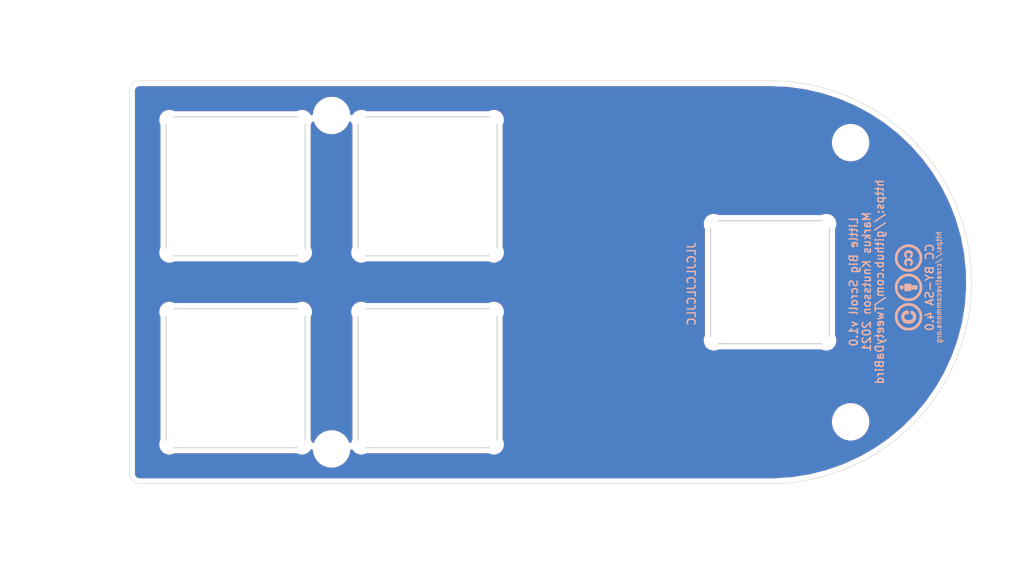
<source format=kicad_pcb>
(kicad_pcb (version 20171130) (host pcbnew "(5.1.9)-1")

  (general
    (thickness 1.6)
    (drawings 15)
    (tracks 0)
    (zones 0)
    (modules 10)
    (nets 1)
  )

  (page A4)
  (title_block
    (title "Little Big Scroll")
    (date 2021-11-30)
    (rev v1.0)
    (company "Markus Knutsson <markus.knutsson@tweety.se>")
    (comment 1 https://github.com/TweetyDaBird)
    (comment 2 "Licensed under Creative Commons Attribution-ShareAlike 4.0 International")
  )

  (layers
    (0 F.Cu signal)
    (31 B.Cu signal)
    (32 B.Adhes user hide)
    (33 F.Adhes user hide)
    (34 B.Paste user hide)
    (35 F.Paste user hide)
    (36 B.SilkS user)
    (37 F.SilkS user)
    (38 B.Mask user hide)
    (39 F.Mask user hide)
    (40 Dwgs.User user hide)
    (41 Cmts.User user hide)
    (42 Eco1.User user hide)
    (43 Eco2.User user hide)
    (44 Edge.Cuts user)
    (45 Margin user hide)
    (46 B.CrtYd user hide)
    (47 F.CrtYd user hide)
    (48 B.Fab user hide)
    (49 F.Fab user hide)
  )

  (setup
    (last_trace_width 0.25)
    (trace_clearance 0.2)
    (zone_clearance 0.508)
    (zone_45_only yes)
    (trace_min 0.2)
    (via_size 0.8)
    (via_drill 0.4)
    (via_min_size 0.4)
    (via_min_drill 0.3)
    (uvia_size 0.3)
    (uvia_drill 0.1)
    (uvias_allowed no)
    (uvia_min_size 0.2)
    (uvia_min_drill 0.1)
    (edge_width 0.05)
    (segment_width 0.2)
    (pcb_text_width 0.3)
    (pcb_text_size 1.5 1.5)
    (mod_edge_width 0.12)
    (mod_text_size 1 1)
    (mod_text_width 0.15)
    (pad_size 1.524 1.524)
    (pad_drill 0.762)
    (pad_to_mask_clearance 0)
    (aux_axis_origin 0 0)
    (visible_elements 7FFFFFFF)
    (pcbplotparams
      (layerselection 0x010fc_ffffffff)
      (usegerberextensions true)
      (usegerberattributes true)
      (usegerberadvancedattributes false)
      (creategerberjobfile false)
      (excludeedgelayer true)
      (linewidth 0.100000)
      (plotframeref false)
      (viasonmask false)
      (mode 1)
      (useauxorigin false)
      (hpglpennumber 1)
      (hpglpenspeed 20)
      (hpglpendiameter 15.000000)
      (psnegative false)
      (psa4output false)
      (plotreference true)
      (plotvalue false)
      (plotinvisibletext false)
      (padsonsilk false)
      (subtractmaskfromsilk true)
      (outputformat 1)
      (mirror false)
      (drillshape 0)
      (scaleselection 1)
      (outputdirectory "Gerbers/"))
  )

  (net 0 "")

  (net_class Default "This is the default net class."
    (clearance 0.2)
    (trace_width 0.25)
    (via_dia 0.8)
    (via_drill 0.4)
    (uvia_dia 0.3)
    (uvia_drill 0.1)
  )

  (net_class VCC ""
    (clearance 0.2)
    (trace_width 0.45)
    (via_dia 0.8)
    (via_drill 0.4)
    (uvia_dia 0.3)
    (uvia_drill 0.1)
  )

  (module "Keyboard Library:CC_BY_SA_40" (layer B.Cu) (tedit 61A8945C) (tstamp 61A913A6)
    (at 233.06 112.11 270)
    (path /61A8B584)
    (fp_text reference Lic1 (at -0.24 2.42 90) (layer B.Fab) hide
      (effects (font (size 0.8 0.8) (thickness 0.15)) (justify mirror))
    )
    (fp_text value CC-BY-SA_4.0 (at -0.19 3.93 90) (layer B.Fab)
      (effects (font (size 0.8 0.8) (thickness 0.15)) (justify mirror))
    )
    (fp_poly (pts (xy -2.889956 1.279658) (xy -2.836071 1.279349) (xy -2.792615 1.278689) (xy -2.757545 1.277578)
      (xy -2.728818 1.275918) (xy -2.704393 1.273608) (xy -2.682225 1.270551) (xy -2.660274 1.266646)
      (xy -2.651511 1.264909) (xy -2.529263 1.232956) (xy -2.408913 1.187364) (xy -2.291811 1.128995)
      (xy -2.17931 1.058713) (xy -2.072758 0.977383) (xy -1.973507 0.885868) (xy -1.882906 0.785033)
      (xy -1.863753 0.761023) (xy -1.788117 0.652511) (xy -1.723004 0.53485) (xy -1.669125 0.409587)
      (xy -1.62719 0.278269) (xy -1.610973 0.211049) (xy -1.60628 0.180323) (xy -1.602522 0.137696)
      (xy -1.599698 0.085754) (xy -1.597805 0.027081) (xy -1.596841 -0.03574) (xy -1.596803 -0.100123)
      (xy -1.597689 -0.163485) (xy -1.599498 -0.223241) (xy -1.602226 -0.276808) (xy -1.605871 -0.321601)
      (xy -1.610431 -0.355035) (xy -1.611486 -0.360286) (xy -1.64833 -0.497154) (xy -1.697853 -0.626971)
      (xy -1.760018 -0.749671) (xy -1.834791 -0.86519) (xy -1.922136 -0.973461) (xy -1.977197 -1.031573)
      (xy -2.017604 -1.070411) (xy -2.05742 -1.105987) (xy -2.094141 -1.136204) (xy -2.125263 -1.158966)
      (xy -2.140582 -1.168378) (xy -2.153333 -1.17599) (xy -2.174837 -1.189472) (xy -2.201731 -1.206696)
      (xy -2.2222 -1.219995) (xy -2.310664 -1.27199) (xy -2.408928 -1.319453) (xy -2.512533 -1.360573)
      (xy -2.617024 -1.393538) (xy -2.695054 -1.41218) (xy -2.720194 -1.416909) (xy -2.74449 -1.420516)
      (xy -2.770395 -1.423134) (xy -2.800359 -1.424896) (xy -2.836835 -1.425933) (xy -2.882273 -1.426378)
      (xy -2.939125 -1.426364) (xy -2.956311 -1.426301) (xy -3.02893 -1.425541) (xy -3.090934 -1.423942)
      (xy -3.141262 -1.421549) (xy -3.178851 -1.418409) (xy -3.196061 -1.415968) (xy -3.315957 -1.387364)
      (xy -3.43614 -1.345794) (xy -3.553692 -1.292449) (xy -3.665697 -1.228517) (xy -3.682904 -1.217388)
      (xy -3.710295 -1.199588) (xy -3.733078 -1.185202) (xy -3.748635 -1.175855) (xy -3.754231 -1.173086)
      (xy -3.76255 -1.168486) (xy -3.779222 -1.155996) (xy -3.801941 -1.137581) (xy -3.828405 -1.115206)
      (xy -3.85631 -1.090837) (xy -3.883353 -1.066438) (xy -3.907229 -1.043976) (xy -3.917738 -1.033602)
      (xy -4.01181 -0.928846) (xy -4.093833 -0.816656) (xy -4.164092 -0.696517) (xy -4.222875 -0.567913)
      (xy -4.270467 -0.43033) (xy -4.287751 -0.367543) (xy -4.292499 -0.347545) (xy -4.296273 -0.327546)
      (xy -4.299223 -0.30543) (xy -4.301496 -0.27908) (xy -4.303243 -0.246382) (xy -4.304611 -0.205217)
      (xy -4.305751 -0.153471) (xy -4.30666 -0.099029) (xy -4.3071 -0.068537) (xy -4.047591 -0.068537)
      (xy -4.041307 -0.190295) (xy -4.021376 -0.310203) (xy -3.988105 -0.426751) (xy -3.941798 -0.53843)
      (xy -3.907348 -0.6034) (xy -3.852121 -0.690668) (xy -3.791283 -0.770045) (xy -3.722657 -0.843862)
      (xy -3.644069 -0.914445) (xy -3.553342 -0.984124) (xy -3.548075 -0.987892) (xy -3.510451 -1.012046)
      (xy -3.463154 -1.038394) (xy -3.410392 -1.064888) (xy -3.356376 -1.089484) (xy -3.305315 -1.110137)
      (xy -3.27434 -1.120912) (xy -3.192173 -1.141907) (xy -3.100565 -1.156307) (xy -3.003126 -1.163866)
      (xy -2.903466 -1.164341) (xy -2.805194 -1.157487) (xy -2.779827 -1.154409) (xy -2.689657 -1.13874)
      (xy -2.606875 -1.116033) (xy -2.525331 -1.08449) (xy -2.497971 -1.07199) (xy -2.386123 -1.011803)
      (xy -2.28226 -0.941085) (xy -2.187447 -0.860864) (xy -2.102745 -0.77217) (xy -2.02922 -0.676032)
      (xy -1.967933 -0.573478) (xy -1.953871 -0.545343) (xy -1.934342 -0.501183) (xy -1.915189 -0.451741)
      (xy -1.897893 -0.401377) (xy -1.883936 -0.354454) (xy -1.874798 -0.315332) (xy -1.873784 -0.309486)
      (xy -1.869829 -0.286091) (xy -1.866255 -0.266756) (xy -1.865337 -0.262314) (xy -1.862637 -0.242058)
      (xy -1.86048 -0.210361) (xy -1.858895 -0.170287) (xy -1.85791 -0.124899) (xy -1.857555 -0.077263)
      (xy -1.857859 -0.030441) (xy -1.858852 0.012502) (xy -1.860561 0.048501) (xy -1.862196 0.067886)
      (xy -1.882337 0.185826) (xy -1.91622 0.300875) (xy -1.963162 0.411751) (xy -2.022478 0.517175)
      (xy -2.093488 0.615867) (xy -2.175507 0.706545) (xy -2.229457 0.756347) (xy -2.320078 0.828988)
      (xy -2.409269 0.888728) (xy -2.499173 0.936356) (xy -2.591932 0.97266) (xy -2.689689 0.998429)
      (xy -2.794588 1.01445) (xy -2.90877 1.021513) (xy -2.951543 1.022014) (xy -3.060483 1.018472)
      (xy -3.159227 1.007461) (xy -3.250321 0.988462) (xy -3.336311 0.960957) (xy -3.412371 0.928048)
      (xy -3.51939 0.868076) (xy -3.619747 0.796013) (xy -3.712336 0.713176) (xy -3.796051 0.620884)
      (xy -3.869787 0.520453) (xy -3.932438 0.413202) (xy -3.982898 0.300447) (xy -4.011907 0.213661)
      (xy -4.017878 0.192279) (xy -4.022503 0.173607) (xy -4.026368 0.154293) (xy -4.030059 0.130986)
      (xy -4.034164 0.100336) (xy -4.039268 0.058991) (xy -4.039926 0.053562) (xy -4.047591 -0.068537)
      (xy -4.3071 -0.068537) (xy -4.307538 -0.038192) (xy -4.308021 0.010446) (xy -4.307991 0.0492)
      (xy -4.307328 0.080382) (xy -4.305914 0.106306) (xy -4.303628 0.129286) (xy -4.300353 0.151635)
      (xy -4.295969 0.175666) (xy -4.291323 0.198938) (xy -4.257096 0.331441) (xy -4.209366 0.459527)
      (xy -4.148678 0.582433) (xy -4.075575 0.699397) (xy -3.990602 0.809657) (xy -3.894302 0.912448)
      (xy -3.78722 1.007009) (xy -3.6699 1.092577) (xy -3.640102 1.111803) (xy -3.563701 1.154807)
      (xy -3.477688 1.194409) (xy -3.386888 1.228685) (xy -3.296129 1.255711) (xy -3.254677 1.2654)
      (xy -3.233819 1.26947) (xy -3.212775 1.272697) (xy -3.189555 1.275176) (xy -3.162173 1.277004)
      (xy -3.12864 1.278275) (xy -3.086969 1.279086) (xy -3.035172 1.27953) (xy -2.971261 1.279704)
      (xy -2.956311 1.279715) (xy -2.889956 1.279658)) (layer B.SilkS) (width 0.01))
    (fp_poly (pts (xy 0.026093 1.279569) (xy 0.08757 1.278896) (xy 0.13898 1.277462) (xy 0.182545 1.275036)
      (xy 0.220489 1.271384) (xy 0.255032 1.266274) (xy 0.288397 1.259472) (xy 0.322806 1.250746)
      (xy 0.360483 1.239863) (xy 0.375139 1.235413) (xy 0.461392 1.205654) (xy 0.543829 1.169924)
      (xy 0.625625 1.126581) (xy 0.709954 1.073985) (xy 0.775 1.02876) (xy 0.811688 1.000214)
      (xy 0.853513 0.964304) (xy 0.897507 0.923893) (xy 0.940697 0.881842) (xy 0.980114 0.841013)
      (xy 1.012785 0.804267) (xy 1.028549 0.784529) (xy 1.048709 0.757774) (xy 1.07054 0.728986)
      (xy 1.08001 0.716569) (xy 1.120058 0.65844) (xy 1.16002 0.589878) (xy 1.197981 0.514846)
      (xy 1.23203 0.437309) (xy 1.260251 0.361231) (xy 1.275171 0.312228) (xy 1.286862 0.26796)
      (xy 1.296175 0.22843) (xy 1.303334 0.191191) (xy 1.308563 0.153794) (xy 1.312086 0.113792)
      (xy 1.314127 0.068737) (xy 1.314909 0.016182) (xy 1.314656 -0.046321) (xy 1.313782 -0.109914)
      (xy 1.312685 -0.172079) (xy 1.311546 -0.221931) (xy 1.310195 -0.261673) (xy 1.308464 -0.293506)
      (xy 1.306183 -0.319633) (xy 1.303182 -0.342255) (xy 1.299294 -0.363573) (xy 1.294348 -0.38579)
      (xy 1.291756 -0.396572) (xy 1.252961 -0.528941) (xy 1.202989 -0.652584) (xy 1.141144 -0.768817)
      (xy 1.066728 -0.878957) (xy 0.982277 -0.980772) (xy 0.903633 -1.059058) (xy 0.813629 -1.134259)
      (xy 0.715377 -1.204355) (xy 0.611993 -1.267329) (xy 0.506589 -1.321164) (xy 0.402281 -1.363842)
      (xy 0.378443 -1.371976) (xy 0.327918 -1.387846) (xy 0.282176 -1.400421) (xy 0.238471 -1.410053)
      (xy 0.194059 -1.41709) (xy 0.146194 -1.421884) (xy 0.092131 -1.424784) (xy 0.029124 -1.426142)
      (xy -0.045572 -1.426307) (xy -0.04724 -1.426301) (xy -0.128041 -1.425472) (xy -0.19451 -1.423702)
      (xy -0.246601 -1.420991) (xy -0.284271 -1.417341) (xy -0.2953 -1.415617) (xy -0.394 -1.392362)
      (xy -0.496328 -1.358599) (xy -0.598166 -1.316092) (xy -0.695395 -1.266605) (xy -0.783897 -1.211905)
      (xy -0.804401 -1.197459) (xy -0.823498 -1.184209) (xy -0.837819 -1.175357) (xy -0.843071 -1.173086)
      (xy -0.851904 -1.168436) (xy -0.86907 -1.155762) (xy -0.892327 -1.136976) (xy -0.91943 -1.113992)
      (xy -0.948133 -1.088723) (xy -0.976194 -1.063082) (xy -1.001367 -1.038982) (xy -1.007082 -1.033285)
      (xy -1.103242 -0.926524) (xy -1.187232 -0.812358) (xy -1.258687 -0.691445) (xy -1.317243 -0.564441)
      (xy -1.362535 -0.432002) (xy -1.380933 -0.360286) (xy -1.385112 -0.334126) (xy -1.388799 -0.296048)
      (xy -1.391941 -0.24864) (xy -1.394486 -0.194492) (xy -1.396383 -0.136193) (xy -1.397578 -0.076332)
      (xy -1.397733 -0.055579) (xy -1.137628 -0.055579) (xy -1.135808 -0.150235) (xy -1.12745 -0.241235)
      (xy -1.112556 -0.324795) (xy -1.103542 -0.359585) (xy -1.062221 -0.476464) (xy -1.00787 -0.58808)
      (xy -0.941328 -0.693444) (xy -0.863435 -0.79157) (xy -0.77503 -0.881467) (xy -0.676952 -0.962149)
      (xy -0.570043 -1.032627) (xy -0.498935 -1.071144) (xy -0.423026 -1.10535) (xy -0.349576 -1.130146)
      (xy -0.272175 -1.14749) (xy -0.226486 -1.154446) (xy -0.157341 -1.16262) (xy -0.096707 -1.167401)
      (xy -0.039944 -1.16878) (xy 0.017586 -1.166748) (xy 0.080523 -1.161295) (xy 0.143629 -1.153717)
      (xy 0.235013 -1.137536) (xy 0.321391 -1.113058) (xy 0.405092 -1.079237) (xy 0.488447 -1.035026)
      (xy 0.573785 -0.97938) (xy 0.637114 -0.932154) (xy 0.735463 -0.846802) (xy 0.821768 -0.753814)
      (xy 0.895701 -0.653568) (xy 0.936661 -0.585257) (xy 0.966594 -0.523978) (xy 0.993946 -0.455129)
      (xy 1.01719 -0.383441) (xy 1.034799 -0.313646) (xy 1.045248 -0.250475) (xy 1.045532 -0.2478)
      (xy 1.048525 -0.207285) (xy 1.050298 -0.158109) (xy 1.050918 -0.103394) (xy 1.050449 -0.046264)
      (xy 1.048958 0.010156) (xy 1.04651 0.062745) (xy 1.043171 0.108379) (xy 1.039007 0.143933)
      (xy 1.037056 0.154971) (xy 1.006424 0.269003) (xy 0.962547 0.379421) (xy 0.906488 0.485025)
      (xy 0.839315 0.584615) (xy 0.762094 0.676991) (xy 0.67589 0.760951) (xy 0.581769 0.835297)
      (xy 0.480798 0.898828) (xy 0.374041 0.950343) (xy 0.309339 0.974426) (xy 0.237381 0.99385)
      (xy 0.155918 1.008139) (xy 0.068039 1.017287) (xy -0.023167 1.021285) (xy -0.11461 1.020127)
      (xy -0.203202 1.013805) (xy -0.285853 1.002311) (xy -0.359475 0.985638) (xy -0.389771 0.976118)
      (xy -0.495295 0.932043) (xy -0.598257 0.87488) (xy -0.696805 0.80604) (xy -0.789085 0.726932)
      (xy -0.873244 0.638967) (xy -0.934558 0.561678) (xy -0.973951 0.502) (xy -1.012462 0.433814)
      (xy -1.047894 0.361656) (xy -1.078047 0.29006) (xy -1.100723 0.223562) (xy -1.103845 0.212467)
      (xy -1.121649 0.129557) (xy -1.13291 0.038946) (xy -1.137628 -0.055579) (xy -1.397733 -0.055579)
      (xy -1.398019 -0.017497) (xy -1.397655 0.037721) (xy -1.396433 0.086734) (xy -1.3943 0.126954)
      (xy -1.391334 0.154971) (xy -1.381584 0.208002) (xy -1.368503 0.265798) (xy -1.353475 0.322916)
      (xy -1.337886 0.373913) (xy -1.329922 0.396455) (xy -1.311559 0.441003) (xy -1.288259 0.491075)
      (xy -1.261604 0.543812) (xy -1.233172 0.596353) (xy -1.204544 0.645838) (xy -1.177299 0.689406)
      (xy -1.153018 0.724196) (xy -1.140087 0.740169) (xy -1.129829 0.752403) (xy -1.113302 0.772796)
      (xy -1.093155 0.798059) (xy -1.07986 0.814916) (xy -1.012793 0.891097) (xy -0.933816 0.964993)
      (xy -0.845523 1.034818) (xy -0.750511 1.098784) (xy -0.651374 1.155103) (xy -0.550707 1.201989)
      (xy -0.47882 1.228874) (xy -0.437691 1.24221) (xy -0.400986 1.253002) (xy -0.366448 1.261517)
      (xy -0.331822 1.26802) (xy -0.294853 1.272778) (xy -0.253284 1.276056) (xy -0.204859 1.27812)
      (xy -0.147324 1.279237) (xy -0.078421 1.279672) (xy -0.047673 1.279715) (xy 0.026093 1.279569)) (layer B.SilkS) (width 0.01))
    (fp_poly (pts (xy 2.94454 1.279734) (xy 2.997844 1.279382) (xy 3.040793 1.278668) (xy 3.075465 1.27749)
      (xy 3.103939 1.275743) (xy 3.128293 1.273323) (xy 3.150607 1.270128) (xy 3.172958 1.266054)
      (xy 3.178832 1.264879) (xy 3.280827 1.239555) (xy 3.37985 1.205195) (xy 3.477926 1.160839)
      (xy 3.577084 1.105527) (xy 3.679351 1.038301) (xy 3.720587 1.008594) (xy 3.764433 0.972956)
      (xy 3.813203 0.92767) (xy 3.864367 0.875543) (xy 3.9154 0.819382) (xy 3.963771 0.761994)
      (xy 4.006953 0.706186) (xy 4.042417 0.654765) (xy 4.049469 0.643437) (xy 4.073843 0.600336)
      (xy 4.100282 0.548614) (xy 4.126601 0.492966) (xy 4.15062 0.438088) (xy 4.170155 0.388675)
      (xy 4.177039 0.369057) (xy 4.190613 0.326737) (xy 4.201613 0.288304) (xy 4.210301 0.2515)
      (xy 4.216941 0.214067) (xy 4.221796 0.173748) (xy 4.225128 0.128283) (xy 4.227202 0.075416)
      (xy 4.228279 0.012888) (xy 4.228624 -0.061558) (xy 4.228629 -0.073629) (xy 4.228533 -0.140084)
      (xy 4.228179 -0.194058) (xy 4.227471 -0.237582) (xy 4.226309 -0.272687) (xy 4.224596 -0.301405)
      (xy 4.222233 -0.325767) (xy 4.219124 -0.347805) (xy 4.215169 -0.369551) (xy 4.214104 -0.374853)
      (xy 4.181174 -0.501314) (xy 4.134702 -0.623636) (xy 4.074509 -0.742168) (xy 4.000416 -0.857262)
      (xy 3.913129 -0.968243) (xy 3.865764 -1.021024) (xy 3.819902 -1.066771) (xy 3.771836 -1.108724)
      (xy 3.717857 -1.150123) (xy 3.655314 -1.193502) (xy 3.537108 -1.265438) (xy 3.415141 -1.326069)
      (xy 3.291613 -1.374416) (xy 3.169086 -1.409419) (xy 3.143138 -1.413562) (xy 3.105199 -1.417132)
      (xy 3.057782 -1.420095) (xy 3.003401 -1.422419) (xy 2.944569 -1.424071) (xy 2.8838 -1.425019)
      (xy 2.823606 -1.42523) (xy 2.7665 -1.424672) (xy 2.714997 -1.423311) (xy 2.671609 -1.421117)
      (xy 2.63885 -1.418055) (xy 2.628429 -1.416421) (xy 2.5248 -1.392008) (xy 2.420898 -1.358602)
      (xy 2.320366 -1.31768) (xy 2.22685 -1.270721) (xy 2.146827 -1.221172) (xy 2.121409 -1.203657)
      (xy 2.099551 -1.188742) (xy 2.084728 -1.178792) (xy 2.081518 -1.176714) (xy 2.045777 -1.151402)
      (xy 2.00386 -1.116977) (xy 1.958354 -1.075898) (xy 1.911847 -1.030622) (xy 1.866926 -0.983609)
      (xy 1.826178 -0.937315) (xy 1.814169 -0.922714) (xy 1.729674 -0.807064) (xy 1.65867 -0.686399)
      (xy 1.601274 -0.560962) (xy 1.557601 -0.430992) (xy 1.538477 -0.353029) (xy 1.533703 -0.321569)
      (xy 1.52988 -0.278251) (xy 1.527009 -0.2257) (xy 1.52509 -0.166539) (xy 1.524121 -0.103395)
      (xy 1.524113 -0.07) (xy 1.779914 -0.07) (xy 1.784222 -0.186908) (xy 1.797643 -0.294046)
      (xy 1.820527 -0.393215) (xy 1.853219 -0.486212) (xy 1.866033 -0.515448) (xy 1.886278 -0.55478)
      (xy 1.913038 -0.599899) (xy 1.944554 -0.648414) (xy 1.979065 -0.697934) (xy 2.014813 -0.746069)
      (xy 2.050037 -0.790428) (xy 2.082976 -0.82862) (xy 2.111873 -0.858255) (xy 2.129228 -0.872983)
      (xy 2.149999 -0.889187) (xy 2.175102 -0.909892) (xy 2.193 -0.925286) (xy 2.270086 -0.985781)
      (xy 2.355185 -1.039445) (xy 2.445147 -1.084748) (xy 2.536824 -1.120163) (xy 2.627065 -1.14416)
      (xy 2.653829 -1.148974) (xy 2.75161 -1.161792) (xy 2.842501 -1.16764) (xy 2.9323 -1.166591)
      (xy 3.026807 -1.158718) (xy 3.063857 -1.154126) (xy 3.170228 -1.133737) (xy 3.271561 -1.101222)
      (xy 3.370293 -1.055696) (xy 3.431601 -1.020341) (xy 3.470763 -0.994465) (xy 3.516233 -0.961899)
      (xy 3.563739 -0.92589) (xy 3.609009 -0.889683) (xy 3.647769 -0.856525) (xy 3.650766 -0.853826)
      (xy 3.680189 -0.824054) (xy 3.714515 -0.784139) (xy 3.751755 -0.736708) (xy 3.789917 -0.68439)
      (xy 3.827012 -0.629814) (xy 3.859613 -0.578) (xy 3.870707 -0.556582) (xy 3.88457 -0.525518)
      (xy 3.899532 -0.48898) (xy 3.913924 -0.45114) (xy 3.926076 -0.41617) (xy 3.931739 -0.397806)
      (xy 3.948148 -0.326927) (xy 3.960235 -0.245975) (xy 3.967815 -0.158791) (xy 3.970701 -0.069215)
      (xy 3.968708 0.018914) (xy 3.961649 0.101755) (xy 3.957402 0.132318) (xy 3.932407 0.245264)
      (xy 3.893532 0.354846) (xy 3.841152 0.460428) (xy 3.775644 0.561372) (xy 3.697383 0.657039)
      (xy 3.606745 0.746794) (xy 3.582743 0.767768) (xy 3.482858 0.844782) (xy 3.379736 0.908333)
      (xy 3.274044 0.958034) (xy 3.219886 0.977754) (xy 3.146911 0.996993) (xy 3.064011 1.010684)
      (xy 2.974381 1.018859) (xy 2.881218 1.02155) (xy 2.787718 1.018789) (xy 2.697078 1.010608)
      (xy 2.612494 0.99704) (xy 2.537162 0.978115) (xy 2.514811 0.970677) (xy 2.466472 0.9513)
      (xy 2.413255 0.926489) (xy 2.359916 0.898712) (xy 2.311209 0.870439) (xy 2.273842 0.845574)
      (xy 2.237189 0.817492) (xy 2.197301 0.784762) (xy 2.156753 0.749704) (xy 2.118119 0.714642)
      (xy 2.083974 0.681898) (xy 2.05689 0.653794) (xy 2.042599 0.636947) (xy 1.977085 0.547989)
      (xy 1.922546 0.465347) (xy 1.878174 0.386854) (xy 1.843166 0.310343) (xy 1.816716 0.233649)
      (xy 1.79802 0.154604) (xy 1.786272 0.071044) (xy 1.780668 -0.019199) (xy 1.779914 -0.07)
      (xy 1.524113 -0.07) (xy 1.524104 -0.038892) (xy 1.525039 0.024345) (xy 1.526925 0.083692)
      (xy 1.529762 0.136524) (xy 1.533551 0.180215) (xy 1.538291 0.212142) (xy 1.538477 0.213028)
      (xy 1.57179 0.33619) (xy 1.618483 0.457966) (xy 1.67743 0.576592) (xy 1.747501 0.690308)
      (xy 1.827567 0.797351) (xy 1.916502 0.895959) (xy 2.013176 0.98437) (xy 2.052224 1.01532)
      (xy 2.131582 1.072859) (xy 2.206163 1.120704) (xy 2.279716 1.160907) (xy 2.35599 1.195521)
      (xy 2.437246 1.226085) (xy 2.479764 1.240254) (xy 2.518294 1.251729) (xy 2.555109 1.260785)
      (xy 2.592479 1.2677) (xy 2.632677 1.272749) (xy 2.677973 1.27621) (xy 2.730641 1.278358)
      (xy 2.79295 1.279471) (xy 2.867173 1.279824) (xy 2.8788 1.279828) (xy 2.94454 1.279734)) (layer B.SilkS) (width 0.01))
    (fp_poly (pts (xy -3.243366 0.352482) (xy -3.170065 0.335739) (xy -3.104734 0.308278) (xy -3.066782 0.284533)
      (xy -3.041582 0.263871) (xy -3.016778 0.239445) (xy -2.994178 0.213616) (xy -2.975588 0.188745)
      (xy -2.962815 0.167192) (xy -2.957666 0.151319) (xy -2.959743 0.14469) (xy -2.966781 0.140652)
      (xy -2.984334 0.131127) (xy -3.010065 0.117368) (xy -3.041634 0.100629) (xy -3.056287 0.092899)
      (xy -3.092968 0.073751) (xy -3.118977 0.060806) (xy -3.136385 0.053321) (xy -3.147264 0.050554)
      (xy -3.153686 0.051761) (xy -3.157723 0.056201) (xy -3.157887 0.056473) (xy -3.187 0.098888)
      (xy -3.217052 0.128319) (xy -3.250258 0.146244) (xy -3.288835 0.154136) (xy -3.305562 0.154812)
      (xy -3.350018 0.149828) (xy -3.386755 0.133813) (xy -3.417197 0.105778) (xy -3.442767 0.064736)
      (xy -3.446454 0.057) (xy -3.453663 0.039634) (xy -3.458473 0.022352) (xy -3.46135 0.001616)
      (xy -3.462759 -0.026113) (xy -3.463168 -0.064373) (xy -3.463171 -0.07) (xy -3.462854 -0.109817)
      (xy -3.461591 -0.138666) (xy -3.458917 -0.160087) (xy -3.454367 -0.177618) (xy -3.447475 -0.194798)
      (xy -3.446471 -0.197) (xy -3.423808 -0.235827) (xy -3.395724 -0.267886) (xy -3.365414 -0.289662)
      (xy -3.35999 -0.292208) (xy -3.325824 -0.300825) (xy -3.285836 -0.301868) (xy -3.246405 -0.295626)
      (xy -3.220168 -0.2859) (xy -3.196558 -0.269054) (xy -3.171947 -0.244053) (xy -3.150897 -0.216149)
      (xy -3.138348 -0.191722) (xy -3.131901 -0.189844) (xy -3.115467 -0.194495) (xy -3.088174 -0.205988)
      (xy -3.055748 -0.221389) (xy -3.015752 -0.240995) (xy -2.987219 -0.255545) (xy -2.968679 -0.266563)
      (xy -2.958661 -0.275578) (xy -2.955693 -0.284117) (xy -2.958306 -0.293708) (xy -2.965027 -0.305877)
      (xy -2.968585 -0.311891) (xy -2.989227 -0.340212) (xy -3.018873 -0.372115) (xy -3.053778 -0.40424)
      (xy -3.090197 -0.433231) (xy -3.124386 -0.455728) (xy -3.135623 -0.461687) (xy -3.208504 -0.489188)
      (xy -3.28561 -0.503308) (xy -3.365072 -0.503838) (xy -3.428513 -0.49446) (xy -3.488911 -0.474741)
      (xy -3.548195 -0.443229) (xy -3.602787 -0.402433) (xy -3.649108 -0.354863) (xy -3.671515 -0.324)
      (xy -3.683983 -0.300863) (xy -3.697714 -0.269953) (xy -3.709992 -0.237453) (xy -3.711388 -0.233286)
      (xy -3.719487 -0.206943) (xy -3.724964 -0.183396) (xy -3.728326 -0.158566) (xy -3.730081 -0.128374)
      (xy -3.730736 -0.088743) (xy -3.730786 -0.077257) (xy -3.728003 -0.00174) (xy -3.718599 0.062787)
      (xy -3.701717 0.118654) (xy -3.676498 0.168191) (xy -3.642086 0.213729) (xy -3.612549 0.244022)
      (xy -3.553499 0.291822) (xy -3.491444 0.326129) (xy -3.424419 0.347719) (xy -3.350453 0.357366)
      (xy -3.32309 0.358064) (xy -3.243366 0.352482)) (layer B.SilkS) (width 0.01))
    (fp_poly (pts (xy -2.516114 0.356123) (xy -2.4467 0.349329) (xy -2.387015 0.335194) (xy -2.333734 0.312719)
      (xy -2.296787 0.290347) (xy -2.271649 0.270987) (xy -2.245306 0.247145) (xy -2.220136 0.221433)
      (xy -2.198517 0.196465) (xy -2.182827 0.174853) (xy -2.175441 0.159209) (xy -2.175168 0.156706)
      (xy -2.180648 0.148247) (xy -2.19741 0.135587) (xy -2.22615 0.118268) (xy -2.267564 0.095833)
      (xy -2.269193 0.09498) (xy -2.363079 0.045874) (xy -2.393159 0.086592) (xy -2.425063 0.121679)
      (xy -2.460248 0.143617) (xy -2.501248 0.153748) (xy -2.52179 0.154812) (xy -2.570586 0.148715)
      (xy -2.611786 0.130512) (xy -2.644468 0.100984) (xy -2.66771 0.060913) (xy -2.678937 0.021518)
      (xy -2.681579 -0.002373) (xy -2.683145 -0.035828) (xy -2.683614 -0.073933) (xy -2.682969 -0.111775)
      (xy -2.681191 -0.144442) (xy -2.679622 -0.15917) (xy -2.668683 -0.197401) (xy -2.648279 -0.234445)
      (xy -2.621341 -0.26635) (xy -2.590803 -0.289165) (xy -2.579142 -0.294526) (xy -2.55244 -0.300278)
      (xy -2.518191 -0.301939) (xy -2.482726 -0.299668) (xy -2.452376 -0.293621) (xy -2.445504 -0.291211)
      (xy -2.430415 -0.283302) (xy -2.415505 -0.270871) (xy -2.398779 -0.251722) (xy -2.378243 -0.22366)
      (xy -2.360888 -0.198072) (xy -2.356569 -0.193112) (xy -2.350483 -0.191218) (xy -2.340429 -0.193092)
      (xy -2.324207 -0.199436) (xy -2.299619 -0.210954) (xy -2.264463 -0.228346) (xy -2.261669 -0.229742)
      (xy -2.228816 -0.246239) (xy -2.200903 -0.260404) (xy -2.18036 -0.270992) (xy -2.169618 -0.27676)
      (xy -2.168652 -0.277379) (xy -2.169818 -0.28542) (xy -2.178965 -0.301375) (xy -2.194086 -0.322625)
      (xy -2.213179 -0.34655) (xy -2.234238 -0.370532) (xy -2.255257 -0.391949) (xy -2.259017 -0.395454)
      (xy -2.318818 -0.441312) (xy -2.385086 -0.476075) (xy -2.439625 -0.494413) (xy -2.477086 -0.500817)
      (xy -2.522791 -0.503992) (xy -2.570811 -0.503839) (xy -2.615219 -0.500262) (xy -2.632228 -0.497551)
      (xy -2.700098 -0.477645) (xy -2.763203 -0.445781) (xy -2.819348 -0.403594) (xy -2.866338 -0.352717)
      (xy -2.900373 -0.298076) (xy -2.921479 -0.249659) (xy -2.935695 -0.202011) (xy -2.94397 -0.150595)
      (xy -2.947258 -0.090873) (xy -2.947413 -0.073629) (xy -2.94438 0.000853) (xy -2.934434 0.06461)
      (xy -2.916664 0.120133) (xy -2.890161 0.169911) (xy -2.854014 0.216435) (xy -2.833695 0.237628)
      (xy -2.778467 0.285415) (xy -2.721787 0.320276) (xy -2.661257 0.343106) (xy -2.594479 0.3548)
      (xy -2.519054 0.356252) (xy -2.516114 0.356123)) (layer B.SilkS) (width 0.01))
    (fp_poly (pts (xy 0.037166 0.358141) (xy 0.10256 0.357943) (xy 0.156064 0.357421) (xy 0.198991 0.356415)
      (xy 0.232655 0.354768) (xy 0.258368 0.35232) (xy 0.277442 0.348915) (xy 0.29119 0.344393)
      (xy 0.300925 0.338596) (xy 0.307958 0.331366) (xy 0.313604 0.322545) (xy 0.317677 0.314866)
      (xy 0.320463 0.307632) (xy 0.32275 0.296834) (xy 0.324585 0.281131) (xy 0.326014 0.259181)
      (xy 0.327082 0.229641) (xy 0.327838 0.19117) (xy 0.328325 0.142427) (xy 0.328592 0.082069)
      (xy 0.328684 0.008754) (xy 0.328686 -0.004325) (xy 0.328686 -0.302229) (xy 0.176434 -0.302229)
      (xy 0.174545 -0.630614) (xy 0.172657 -0.959) (xy -0.038297 -0.960922) (xy -0.092244 -0.961248)
      (xy -0.141432 -0.961228) (xy -0.184004 -0.960889) (xy -0.218099 -0.960257) (xy -0.241861 -0.959357)
      (xy -0.25343 -0.958216) (xy -0.254197 -0.957898) (xy -0.25522 -0.949837) (xy -0.256171 -0.928742)
      (xy -0.257028 -0.896095) (xy -0.25777 -0.853375) (xy -0.258374 -0.802063) (xy -0.258818 -0.74364)
      (xy -0.259079 -0.679586) (xy -0.259143 -0.627591) (xy -0.259143 -0.302229) (xy -0.411543 -0.302229)
      (xy -0.411543 -0.004325) (xy -0.411475 0.071196) (xy -0.411239 0.133546) (xy -0.41079 0.184065)
      (xy -0.410081 0.224096) (xy -0.409066 0.25498) (xy -0.407698 0.27806) (xy -0.405931 0.294677)
      (xy -0.40372 0.306172) (xy -0.401017 0.313888) (xy -0.400534 0.314866) (xy -0.39507 0.324972)
      (xy -0.389193 0.33337) (xy -0.381591 0.340216) (xy -0.37095 0.34567) (xy -0.355959 0.34989)
      (xy -0.335304 0.353034) (xy -0.307674 0.355261) (xy -0.271755 0.356729) (xy -0.226235 0.357595)
      (xy -0.169801 0.358019) (xy -0.101141 0.358158) (xy -0.041428 0.358171) (xy 0.037166 0.358141)) (layer B.SilkS) (width 0.01))
    (fp_poly (pts (xy -0.008247 0.810637) (xy 0.015762 0.808152) (xy 0.035917 0.802684) (xy 0.057538 0.793148)
      (xy 0.064578 0.789601) (xy 0.099906 0.7674) (xy 0.125046 0.740918) (xy 0.14144 0.70758)
      (xy 0.150529 0.664813) (xy 0.153175 0.631372) (xy 0.153555 0.593754) (xy 0.151636 0.559446)
      (xy 0.147731 0.533797) (xy 0.147359 0.532343) (xy 0.13232 0.499676) (xy 0.107019 0.468478)
      (xy 0.0755 0.442672) (xy 0.041805 0.426184) (xy 0.036429 0.42466) (xy 0.002203 0.419237)
      (xy -0.039229 0.417265) (xy -0.081268 0.418724) (xy -0.117315 0.423592) (xy -0.124094 0.425199)
      (xy -0.148417 0.436259) (xy -0.175765 0.456063) (xy -0.186918 0.466177) (xy -0.209239 0.491076)
      (xy -0.224314 0.517069) (xy -0.233124 0.547461) (xy -0.236654 0.585557) (xy -0.236032 0.631372)
      (xy -0.230855 0.68151) (xy -0.219294 0.720574) (xy -0.199907 0.751139) (xy -0.171253 0.775778)
      (xy -0.147435 0.789601) (xy -0.124451 0.80047) (xy -0.104421 0.806968) (xy -0.082028 0.810179)
      (xy -0.051951 0.811189) (xy -0.041428 0.811224) (xy -0.008247 0.810637)) (layer B.SilkS) (width 0.01))
    (fp_poly (pts (xy 2.926022 0.651376) (xy 3.024018 0.638898) (xy 3.07798 0.626859) (xy 3.140861 0.606141)
      (xy 3.205826 0.576626) (xy 3.268999 0.540591) (xy 3.3265 0.500311) (xy 3.374452 0.458061)
      (xy 3.385369 0.446489) (xy 3.423185 0.398898) (xy 3.460707 0.341614) (xy 3.495292 0.279265)
      (xy 3.524295 0.21648) (xy 3.53882 0.17787) (xy 3.556121 0.112329) (xy 3.567883 0.037315)
      (xy 3.574001 -0.04319) (xy 3.574369 -0.1252) (xy 3.568882 -0.204732) (xy 3.557437 -0.277801)
      (xy 3.551491 -0.303091) (xy 3.519188 -0.400088) (xy 3.475356 -0.489302) (xy 3.420785 -0.569931)
      (xy 3.356263 -0.641174) (xy 3.282577 -0.70223) (xy 3.200517 -0.752298) (xy 3.11087 -0.790576)
      (xy 3.05567 -0.807069) (xy 3.00771 -0.816775) (xy 2.952305 -0.823985) (xy 2.894108 -0.828417)
      (xy 2.83777 -0.82979) (xy 2.787944 -0.827821) (xy 2.762686 -0.824849) (xy 2.67688 -0.804407)
      (xy 2.594728 -0.771928) (xy 2.51805 -0.728695) (xy 2.448667 -0.67599) (xy 2.388399 -0.615095)
      (xy 2.339066 -0.547292) (xy 2.319989 -0.513035) (xy 2.305521 -0.480487) (xy 2.290958 -0.44112)
      (xy 2.27745 -0.398847) (xy 2.266145 -0.357579) (xy 2.258193 -0.32123) (xy 2.254744 -0.293711)
      (xy 2.254686 -0.290742) (xy 2.256472 -0.287446) (xy 2.262886 -0.284959) (xy 2.275514 -0.283205)
      (xy 2.295941 -0.282107) (xy 2.325752 -0.28159) (xy 2.366533 -0.281577) (xy 2.419869 -0.281994)
      (xy 2.4343 -0.282145) (xy 2.613914 -0.284086) (xy 2.615091 -0.307507) (xy 2.621854 -0.34593)
      (xy 2.63697 -0.387443) (xy 2.657913 -0.425531) (xy 2.664392 -0.434584) (xy 2.699091 -0.468748)
      (xy 2.743663 -0.495431) (xy 2.795239 -0.514105) (xy 2.85095 -0.524242) (xy 2.907928 -0.525312)
      (xy 2.963304 -0.516788) (xy 3.012879 -0.498801) (xy 3.06281 -0.467461) (xy 3.105137 -0.425944)
      (xy 3.140539 -0.373315) (xy 3.169696 -0.308637) (xy 3.185113 -0.261458) (xy 3.191325 -0.238224)
      (xy 3.195769 -0.216245) (xy 3.198724 -0.192377) (xy 3.200468 -0.163474) (xy 3.201281 -0.126393)
      (xy 3.20144 -0.077989) (xy 3.201439 -0.077257) (xy 3.200491 -0.01359) (xy 3.197513 0.038723)
      (xy 3.192004 0.082761) (xy 3.183461 0.121603) (xy 3.17138 0.158328) (xy 3.157695 0.19075)
      (xy 3.125704 0.245065) (xy 3.084906 0.287986) (xy 3.035798 0.319257) (xy 2.97888 0.338624)
      (xy 2.914649 0.345829) (xy 2.860863 0.34297) (xy 2.817995 0.336821) (xy 2.784672 0.328958)
      (xy 2.755927 0.317911) (xy 2.730412 0.304351) (xy 2.6901 0.273499) (xy 2.656081 0.233431)
      (xy 2.631385 0.18825) (xy 2.621481 0.156786) (xy 2.61639 0.1332) (xy 2.664138 0.1332)
      (xy 2.690108 0.13266) (xy 2.704659 0.130493) (xy 2.710863 0.125878) (xy 2.711886 0.120426)
      (xy 2.706896 0.111906) (xy 2.693048 0.095102) (xy 2.67202 0.071704) (xy 2.645492 0.0434)
      (xy 2.615144 0.01188) (xy 2.582654 -0.021167) (xy 2.549703 -0.054051) (xy 2.51797 -0.085084)
      (xy 2.489134 -0.112577) (xy 2.464875 -0.134839) (xy 2.446872 -0.150183) (xy 2.436804 -0.156918)
      (xy 2.435969 -0.157086) (xy 2.427528 -0.152065) (xy 2.410855 -0.138129) (xy 2.387628 -0.116968)
      (xy 2.359526 -0.090272) (xy 2.328225 -0.059732) (xy 2.295405 -0.027037) (xy 2.262742 0.006122)
      (xy 2.231914 0.038055) (xy 2.2046 0.067072) (xy 2.182476 0.091482) (xy 2.167221 0.109597)
      (xy 2.160513 0.119724) (xy 2.160343 0.120572) (xy 2.16224 0.127131) (xy 2.16988 0.130963)
      (xy 2.186185 0.132757) (xy 2.213947 0.1332) (xy 2.267552 0.1332) (xy 2.272459 0.165922)
      (xy 2.281121 0.205192) (xy 2.295752 0.251724) (xy 2.314597 0.300489) (xy 2.334478 0.343657)
      (xy 2.379798 0.417968) (xy 2.435421 0.482847) (xy 2.500284 0.537888) (xy 2.573325 0.582688)
      (xy 2.653482 0.616841) (xy 2.739692 0.639943) (xy 2.830893 0.65159) (xy 2.926022 0.651376)) (layer B.SilkS) (width 0.01))
    (fp_text user "CC BY-SA 4.0" (at -0.041555 -2.16 90) (layer B.SilkS)
      (effects (font (size 0.8 0.8) (thickness 0.15)) (justify mirror))
    )
    (fp_text user https://creativecommons.org (at -0.041555 -3.07 90) (layer B.SilkS)
      (effects (font (size 0.5 0.5) (thickness 0.1)) (justify mirror))
    )
  )

  (module keyswitches:RotaryEncoder_PlateHole_Placeholder (layer F.Cu) (tedit 61A603EE) (tstamp 619F23CE)
    (at 219.38 111.555 90)
    (descr "Alps rotary encoder, EC12E... with switch, vertical shaft, http://www.alps.com/prod/info/E/HTML/Encoder/Incremental/EC11/EC11E15204A3.html")
    (tags "rotary encoder")
    (path /61F0CC2E)
    (fp_text reference SW7 (at -4.7 -7.2 90) (layer F.Fab)
      (effects (font (size 1 1) (thickness 0.15)))
    )
    (fp_text value Rotary_Encoder_Switch (at 0 7.9 90) (layer F.Fab)
      (effects (font (size 1 1) (thickness 0.15)))
    )
    (fp_line (start 6.1 5.9) (end -6.1 5.9) (layer Edge.Cuts) (width 0.12))
    (fp_line (start 6.1 -5.9) (end -6.1 -5.9) (layer Edge.Cuts) (width 0.12))
    (fp_line (start -6.1 -5.9) (end -6.1 5.9) (layer Edge.Cuts) (width 0.12))
    (fp_line (start 6.1 -5.9) (end 6.1 5.9) (layer Edge.Cuts) (width 0.12))
    (pad "" np_thru_hole circle (at 5.7786 -5.5786 90) (size 1 1) (drill 1) (layers *.Cu *.Mask))
    (pad "" np_thru_hole circle (at -5.7786 5.5786 90) (size 1 1) (drill 1) (layers *.Cu *.Mask))
    (pad "" np_thru_hole circle (at -5.7786 -5.5786 90) (size 1 1) (drill 1) (layers *.Cu *.Mask))
    (pad "" np_thru_hole circle (at 5.7786 5.5786 90) (size 1 1) (drill 1) (layers *.Cu *.Mask))
    (model ${KISYS3DMOD}/Rotary_Encoder.3dshapes/RotaryEncoder_Alps_EC11E-Switch_Vertical_H20mm.wrl
      (at (xyz 0 0 0))
      (scale (xyz 1 1 1))
      (rotate (xyz 0 0 0))
    )
  )

  (module keyswitches:Cherry_MX_Plate_Placeholder (layer F.Cu) (tedit 61A601C9) (tstamp 619F03E7)
    (at 185.38 121.08)
    (descr "MX-style keyswitch with reversible Kailh socket mount")
    (tags MX,cherry,gateron,kailh,pg1511,socket)
    (path /61F0A1A5)
    (fp_text reference SW4 (at 0 0) (layer F.SilkS) hide
      (effects (font (size 1.27 1.27) (thickness 0.15)))
    )
    (fp_text value SW_Push (at 0 0) (layer F.SilkS) hide
      (effects (font (size 1.27 1.27) (thickness 0.15)))
    )
    (fp_line (start 6.9 6.9) (end 6.9 -6.9) (layer Edge.Cuts) (width 0.1))
    (fp_line (start -6.9 -6.9) (end -6.9 6.9) (layer Edge.Cuts) (width 0.1))
    (fp_line (start 6.9 -6.9) (end -6.9 -6.9) (layer Edge.Cuts) (width 0.1))
    (fp_line (start -6.9 6.9) (end 6.9 6.9) (layer Edge.Cuts) (width 0.1))
    (pad "" np_thru_hole circle (at -6.5786 -6.5786) (size 1 1) (drill 1) (layers *.Cu *.Mask))
    (pad "" np_thru_hole circle (at 6.5786 -6.5786) (size 1 1) (drill 1) (layers *.Cu *.Mask))
    (pad "" np_thru_hole circle (at 6.5786 6.5786) (size 1 1) (drill 1) (layers *.Cu *.Mask))
    (pad "" np_thru_hole circle (at -6.5786 6.5786) (size 1 1) (drill 1) (layers *.Cu *.Mask))
  )

  (module keyswitches:Cherry_MX_Plate_Placeholder (layer F.Cu) (tedit 61A601C9) (tstamp 619F03AC)
    (at 166.33 121.08)
    (descr "MX-style keyswitch with reversible Kailh socket mount")
    (tags MX,cherry,gateron,kailh,pg1511,socket)
    (path /61F08FF4)
    (fp_text reference SW3 (at 0 0) (layer F.SilkS) hide
      (effects (font (size 1.27 1.27) (thickness 0.15)))
    )
    (fp_text value SW_Push (at 0 0) (layer F.SilkS) hide
      (effects (font (size 1.27 1.27) (thickness 0.15)))
    )
    (fp_line (start 6.9 6.9) (end 6.9 -6.9) (layer Edge.Cuts) (width 0.1))
    (fp_line (start -6.9 -6.9) (end -6.9 6.9) (layer Edge.Cuts) (width 0.1))
    (fp_line (start 6.9 -6.9) (end -6.9 -6.9) (layer Edge.Cuts) (width 0.1))
    (fp_line (start -6.9 6.9) (end 6.9 6.9) (layer Edge.Cuts) (width 0.1))
    (pad "" np_thru_hole circle (at -6.5786 -6.5786) (size 1 1) (drill 1) (layers *.Cu *.Mask))
    (pad "" np_thru_hole circle (at 6.5786 -6.5786) (size 1 1) (drill 1) (layers *.Cu *.Mask))
    (pad "" np_thru_hole circle (at 6.5786 6.5786) (size 1 1) (drill 1) (layers *.Cu *.Mask))
    (pad "" np_thru_hole circle (at -6.5786 6.5786) (size 1 1) (drill 1) (layers *.Cu *.Mask))
  )

  (module keyswitches:Cherry_MX_Plate_Placeholder (layer F.Cu) (tedit 61A601C9) (tstamp 619F0371)
    (at 185.38 102.03)
    (descr "MX-style keyswitch with reversible Kailh socket mount")
    (tags MX,cherry,gateron,kailh,pg1511,socket)
    (path /61F08A46)
    (fp_text reference SW2 (at 0 0) (layer F.SilkS) hide
      (effects (font (size 1.27 1.27) (thickness 0.15)))
    )
    (fp_text value SW_Push (at 0 0) (layer F.SilkS) hide
      (effects (font (size 1.27 1.27) (thickness 0.15)))
    )
    (fp_line (start 6.9 6.9) (end 6.9 -6.9) (layer Edge.Cuts) (width 0.1))
    (fp_line (start -6.9 -6.9) (end -6.9 6.9) (layer Edge.Cuts) (width 0.1))
    (fp_line (start 6.9 -6.9) (end -6.9 -6.9) (layer Edge.Cuts) (width 0.1))
    (fp_line (start -6.9 6.9) (end 6.9 6.9) (layer Edge.Cuts) (width 0.1))
    (pad "" np_thru_hole circle (at -6.5786 -6.5786) (size 1 1) (drill 1) (layers *.Cu *.Mask))
    (pad "" np_thru_hole circle (at 6.5786 -6.5786) (size 1 1) (drill 1) (layers *.Cu *.Mask))
    (pad "" np_thru_hole circle (at 6.5786 6.5786) (size 1 1) (drill 1) (layers *.Cu *.Mask))
    (pad "" np_thru_hole circle (at -6.5786 6.5786) (size 1 1) (drill 1) (layers *.Cu *.Mask))
  )

  (module keyswitches:Cherry_MX_Plate_Placeholder (layer F.Cu) (tedit 61A601C9) (tstamp 619F0336)
    (at 166.33 102.03)
    (descr "MX-style keyswitch with reversible Kailh socket mount")
    (tags MX,cherry,gateron,kailh,pg1511,socket)
    (path /61F07A41)
    (fp_text reference SW1 (at 0 0) (layer F.SilkS) hide
      (effects (font (size 1.27 1.27) (thickness 0.15)))
    )
    (fp_text value SW_Push (at 0 0) (layer F.SilkS) hide
      (effects (font (size 1.27 1.27) (thickness 0.15)))
    )
    (fp_line (start 6.9 6.9) (end 6.9 -6.9) (layer Edge.Cuts) (width 0.1))
    (fp_line (start -6.9 -6.9) (end -6.9 6.9) (layer Edge.Cuts) (width 0.1))
    (fp_line (start 6.9 -6.9) (end -6.9 -6.9) (layer Edge.Cuts) (width 0.1))
    (fp_line (start -6.9 6.9) (end 6.9 6.9) (layer Edge.Cuts) (width 0.1))
    (pad "" np_thru_hole circle (at -6.5786 -6.5786) (size 1 1) (drill 1) (layers *.Cu *.Mask))
    (pad "" np_thru_hole circle (at 6.5786 -6.5786) (size 1 1) (drill 1) (layers *.Cu *.Mask))
    (pad "" np_thru_hole circle (at 6.5786 6.5786) (size 1 1) (drill 1) (layers *.Cu *.Mask))
    (pad "" np_thru_hole circle (at -6.5786 6.5786) (size 1 1) (drill 1) (layers *.Cu *.Mask))
  )

  (module MountingHole:MountingHole_2.7mm_M2.5 (layer F.Cu) (tedit 56D1B4CB) (tstamp 619F2A99)
    (at 175.855 128.105)
    (descr "Mounting Hole 2.7mm, no annular, M2.5")
    (tags "mounting hole 2.7mm no annular m2.5")
    (path /61F12261)
    (attr virtual)
    (fp_text reference H4 (at 0 -3.7) (layer F.SilkS) hide
      (effects (font (size 1 1) (thickness 0.15)))
    )
    (fp_text value Hole (at 0 3.7) (layer F.Fab)
      (effects (font (size 1 1) (thickness 0.15)))
    )
    (fp_circle (center 0 0) (end 2.95 0) (layer F.CrtYd) (width 0.05))
    (fp_circle (center 0 0) (end 2.7 0) (layer Cmts.User) (width 0.15))
    (fp_text user %R (at 0.3 0) (layer F.Fab)
      (effects (font (size 1 1) (thickness 0.15)))
    )
    (pad 1 np_thru_hole circle (at 0 0) (size 2.7 2.7) (drill 2.7) (layers *.Cu *.Mask))
  )

  (module MountingHole:MountingHole_2.7mm_M2.5 (layer F.Cu) (tedit 56D1B4CB) (tstamp 619F2A91)
    (at 227.38 125.411406)
    (descr "Mounting Hole 2.7mm, no annular, M2.5")
    (tags "mounting hole 2.7mm no annular m2.5")
    (path /61F12B94)
    (attr virtual)
    (fp_text reference H3 (at 0 -3.7) (layer F.SilkS) hide
      (effects (font (size 1 1) (thickness 0.15)))
    )
    (fp_text value Hole (at 0 3.7) (layer F.Fab)
      (effects (font (size 1 1) (thickness 0.15)))
    )
    (fp_circle (center 0 0) (end 2.95 0) (layer F.CrtYd) (width 0.05))
    (fp_circle (center 0 0) (end 2.7 0) (layer Cmts.User) (width 0.15))
    (fp_text user %R (at 0.3 0) (layer F.Fab)
      (effects (font (size 1 1) (thickness 0.15)))
    )
    (pad 1 np_thru_hole circle (at 0 0) (size 2.7 2.7) (drill 2.7) (layers *.Cu *.Mask))
  )

  (module MountingHole:MountingHole_2.7mm_M2.5 (layer F.Cu) (tedit 56D1B4CB) (tstamp 619F2A89)
    (at 227.38 97.698594)
    (descr "Mounting Hole 2.7mm, no annular, M2.5")
    (tags "mounting hole 2.7mm no annular m2.5")
    (path /61F11CB7)
    (attr virtual)
    (fp_text reference H2 (at 0 -3.7) (layer F.SilkS) hide
      (effects (font (size 1 1) (thickness 0.15)))
    )
    (fp_text value Hole (at 0 3.7) (layer F.Fab)
      (effects (font (size 1 1) (thickness 0.15)))
    )
    (fp_circle (center 0 0) (end 2.95 0) (layer F.CrtYd) (width 0.05))
    (fp_circle (center 0 0) (end 2.7 0) (layer Cmts.User) (width 0.15))
    (fp_text user %R (at 0.3 0) (layer F.Fab)
      (effects (font (size 1 1) (thickness 0.15)))
    )
    (pad 1 np_thru_hole circle (at 0 0) (size 2.7 2.7) (drill 2.7) (layers *.Cu *.Mask))
  )

  (module MountingHole:MountingHole_2.7mm_M2.5 (layer F.Cu) (tedit 56D1B4CB) (tstamp 619F2A81)
    (at 175.855 95.005)
    (descr "Mounting Hole 2.7mm, no annular, M2.5")
    (tags "mounting hole 2.7mm no annular m2.5")
    (path /61F12E62)
    (attr virtual)
    (fp_text reference H1 (at 0 -3.7) (layer F.SilkS) hide
      (effects (font (size 1 1) (thickness 0.15)))
    )
    (fp_text value Hole (at 0 3.7) (layer F.Fab)
      (effects (font (size 1 1) (thickness 0.15)))
    )
    (fp_circle (center 0 0) (end 2.95 0) (layer F.CrtYd) (width 0.05))
    (fp_circle (center 0 0) (end 2.7 0) (layer Cmts.User) (width 0.15))
    (fp_text user %R (at 0.3 0) (layer F.Fab)
      (effects (font (size 1 1) (thickness 0.15)))
    )
    (pad 1 np_thru_hole circle (at 0 0) (size 2.7 2.7) (drill 2.7) (layers *.Cu *.Mask))
  )

  (gr_text JLCJLCJLCJLC (at 211.59 111.74 90) (layer B.SilkS) (tstamp 61A9148C)
    (effects (font (size 0.8 0.8) (thickness 0.15)) (justify mirror))
  )
  (gr_text "Little Big Scroll v1.0\nMarkus Knutsson 2021\nhttps://github.com/TweetyDaBird" (at 228.97 111.52 90) (layer B.SilkS)
    (effects (font (size 0.8 0.8) (thickness 0.15)) (justify mirror))
  )
  (gr_arc (start 156.805 92.56) (end 156.805 91.56) (angle -90) (layer Edge.Cuts) (width 0.05) (tstamp 61A196CD))
  (gr_arc (start 156.805 130.55) (end 155.805 130.55) (angle -90) (layer Edge.Cuts) (width 0.05))
  (gr_arc (start 219.38 111.555) (end 219.38 131.55) (angle -180) (layer Edge.Cuts) (width 0.05))
  (gr_arc (start 219.38 111.555) (end 219.38 131.555) (angle -180) (layer Dwgs.User) (width 0.15))
  (gr_line (start 155.8 91.555) (end 219.38 91.555) (layer Dwgs.User) (width 0.15) (tstamp 619F7CAD))
  (gr_line (start 155.8 91.555) (end 155.8 131.555) (layer Dwgs.User) (width 0.15))
  (gr_line (start 155.8 131.555) (end 219.38 131.555) (layer Dwgs.User) (width 0.15))
  (gr_circle (center 219.38 111.555) (end 239.38 111.555) (layer Dwgs.User) (width 0.15) (tstamp 619F30B2))
  (gr_line (start 155.805 92.56) (end 155.805 130.55) (layer Edge.Cuts) (width 0.05))
  (gr_line (start 156.805 131.55) (end 219.38 131.55) (layer Edge.Cuts) (width 0.05))
  (gr_line (start 156.805 91.56) (end 219.38 91.56) (layer Edge.Cuts) (width 0.05))
  (gr_circle (center 219.38 111.555) (end 231.38 111.555) (layer Dwgs.User) (width 0.15) (tstamp 619F2630))
  (gr_circle (center 219.38 111.555) (end 234.38 111.555) (layer Dwgs.User) (width 0.15))

  (zone (net 0) (net_name "") (layer B.Cu) (tstamp 0) (hatch edge 0.508)
    (connect_pads (clearance 0.508))
    (min_thickness 0.254)
    (fill yes (arc_segments 32) (thermal_gap 0.508) (thermal_bridge_width 0.508))
    (polygon
      (pts
        (xy 244.61 139.82) (xy 142.94 139.82) (xy 142.94 83.54) (xy 244.61 83.54)
      )
    )
    (filled_polygon
      (pts
        (xy 221.098706 92.297197) (xy 222.803819 92.526222) (xy 224.481811 92.905913) (xy 226.119415 93.433267) (xy 227.703645 94.104102)
        (xy 229.221976 94.913112) (xy 230.662394 95.853901) (xy 232.013458 96.918994) (xy 233.264504 98.099984) (xy 234.405606 99.387499)
        (xy 235.427747 100.771366) (xy 236.322816 102.240608) (xy 237.083738 103.783603) (xy 237.70448 105.388128) (xy 238.180136 107.041486)
        (xy 238.506933 108.730582) (xy 238.682287 110.442044) (xy 238.704806 112.162299) (xy 238.574313 113.877773) (xy 238.291845 115.574833)
        (xy 237.859634 117.240073) (xy 237.281099 118.86031) (xy 236.560832 120.422692) (xy 235.704526 121.914864) (xy 234.71897 123.325002)
        (xy 233.61195 124.64196) (xy 232.392253 125.855287) (xy 231.069527 126.955386) (xy 229.654243 127.933549) (xy 228.157614 128.782025)
        (xy 226.591472 129.494108) (xy 224.968237 130.064147) (xy 223.300765 130.487631) (xy 221.602234 130.761212) (xy 219.875748 130.883454)
        (xy 219.375715 130.89) (xy 156.837279 130.89) (xy 156.739576 130.88042) (xy 156.676643 130.86142) (xy 156.618594 130.830554)
        (xy 156.567657 130.789011) (xy 156.525752 130.738356) (xy 156.494485 130.680529) (xy 156.475044 130.617728) (xy 156.465 130.522165)
        (xy 156.465 114.389612) (xy 158.6164 114.389612) (xy 158.6164 114.613188) (xy 158.660017 114.832467) (xy 158.745 115.037634)
        (xy 158.745001 127.122364) (xy 158.660017 127.327533) (xy 158.6164 127.546812) (xy 158.6164 127.770388) (xy 158.660017 127.989667)
        (xy 158.745576 128.196224) (xy 158.869788 128.38212) (xy 158.892532 128.404864) (xy 158.943289 128.466711) (xy 159.005136 128.517468)
        (xy 159.02788 128.540212) (xy 159.213776 128.664424) (xy 159.420333 128.749983) (xy 159.639612 128.7936) (xy 159.863188 128.7936)
        (xy 160.082467 128.749983) (xy 160.287633 128.665) (xy 172.372367 128.665) (xy 172.577533 128.749983) (xy 172.796812 128.7936)
        (xy 173.020388 128.7936) (xy 173.239667 128.749983) (xy 173.446224 128.664424) (xy 173.63212 128.540212) (xy 173.654864 128.517468)
        (xy 173.716711 128.466711) (xy 173.767468 128.404864) (xy 173.790212 128.38212) (xy 173.87 128.262709) (xy 173.87 128.300505)
        (xy 173.946282 128.684003) (xy 174.095915 129.04525) (xy 174.313149 129.370364) (xy 174.589636 129.646851) (xy 174.91475 129.864085)
        (xy 175.275997 130.013718) (xy 175.659495 130.09) (xy 176.050505 130.09) (xy 176.434003 130.013718) (xy 176.79525 129.864085)
        (xy 177.120364 129.646851) (xy 177.396851 129.370364) (xy 177.614085 129.04525) (xy 177.763718 128.684003) (xy 177.84 128.300505)
        (xy 177.84 128.262709) (xy 177.919788 128.38212) (xy 177.942532 128.404864) (xy 177.993289 128.466711) (xy 178.055136 128.517468)
        (xy 178.07788 128.540212) (xy 178.263776 128.664424) (xy 178.470333 128.749983) (xy 178.689612 128.7936) (xy 178.913188 128.7936)
        (xy 179.132467 128.749983) (xy 179.337633 128.665) (xy 191.422367 128.665) (xy 191.627533 128.749983) (xy 191.846812 128.7936)
        (xy 192.070388 128.7936) (xy 192.289667 128.749983) (xy 192.496224 128.664424) (xy 192.68212 128.540212) (xy 192.704864 128.517468)
        (xy 192.766711 128.466711) (xy 192.817468 128.404864) (xy 192.840212 128.38212) (xy 192.964424 128.196224) (xy 193.049983 127.989667)
        (xy 193.0936 127.770388) (xy 193.0936 127.546812) (xy 193.049983 127.327533) (xy 192.965 127.122367) (xy 192.965 125.215901)
        (xy 225.395 125.215901) (xy 225.395 125.606911) (xy 225.471282 125.990409) (xy 225.620915 126.351656) (xy 225.838149 126.67677)
        (xy 226.114636 126.953257) (xy 226.43975 127.170491) (xy 226.800997 127.320124) (xy 227.184495 127.396406) (xy 227.575505 127.396406)
        (xy 227.959003 127.320124) (xy 228.32025 127.170491) (xy 228.645364 126.953257) (xy 228.921851 126.67677) (xy 229.139085 126.351656)
        (xy 229.288718 125.990409) (xy 229.365 125.606911) (xy 229.365 125.215901) (xy 229.288718 124.832403) (xy 229.139085 124.471156)
        (xy 228.921851 124.146042) (xy 228.645364 123.869555) (xy 228.32025 123.652321) (xy 227.959003 123.502688) (xy 227.575505 123.426406)
        (xy 227.184495 123.426406) (xy 226.800997 123.502688) (xy 226.43975 123.652321) (xy 226.114636 123.869555) (xy 225.838149 124.146042)
        (xy 225.620915 124.471156) (xy 225.471282 124.832403) (xy 225.395 125.215901) (xy 192.965 125.215901) (xy 192.965 115.037633)
        (xy 193.049983 114.832467) (xy 193.0936 114.613188) (xy 193.0936 114.389612) (xy 193.049983 114.170333) (xy 192.964424 113.963776)
        (xy 192.840212 113.77788) (xy 192.817468 113.755136) (xy 192.766711 113.693289) (xy 192.704864 113.642532) (xy 192.68212 113.619788)
        (xy 192.496224 113.495576) (xy 192.289667 113.410017) (xy 192.070388 113.3664) (xy 191.846812 113.3664) (xy 191.627533 113.410017)
        (xy 191.422367 113.495) (xy 179.337633 113.495) (xy 179.132467 113.410017) (xy 178.913188 113.3664) (xy 178.689612 113.3664)
        (xy 178.470333 113.410017) (xy 178.263776 113.495576) (xy 178.07788 113.619788) (xy 178.055136 113.642532) (xy 177.993289 113.693289)
        (xy 177.942532 113.755136) (xy 177.919788 113.77788) (xy 177.795576 113.963776) (xy 177.710017 114.170333) (xy 177.6664 114.389612)
        (xy 177.6664 114.613188) (xy 177.710017 114.832467) (xy 177.795 115.037634) (xy 177.795001 127.122364) (xy 177.710017 127.327533)
        (xy 177.700769 127.374025) (xy 177.614085 127.16475) (xy 177.396851 126.839636) (xy 177.120364 126.563149) (xy 176.79525 126.345915)
        (xy 176.434003 126.196282) (xy 176.050505 126.12) (xy 175.659495 126.12) (xy 175.275997 126.196282) (xy 174.91475 126.345915)
        (xy 174.589636 126.563149) (xy 174.313149 126.839636) (xy 174.095915 127.16475) (xy 174.009231 127.374025) (xy 173.999983 127.327533)
        (xy 173.915 127.122367) (xy 173.915 115.037633) (xy 173.999983 114.832467) (xy 174.0436 114.613188) (xy 174.0436 114.389612)
        (xy 173.999983 114.170333) (xy 173.914424 113.963776) (xy 173.790212 113.77788) (xy 173.767468 113.755136) (xy 173.716711 113.693289)
        (xy 173.654864 113.642532) (xy 173.63212 113.619788) (xy 173.446224 113.495576) (xy 173.239667 113.410017) (xy 173.020388 113.3664)
        (xy 172.796812 113.3664) (xy 172.577533 113.410017) (xy 172.372367 113.495) (xy 160.287633 113.495) (xy 160.082467 113.410017)
        (xy 159.863188 113.3664) (xy 159.639612 113.3664) (xy 159.420333 113.410017) (xy 159.213776 113.495576) (xy 159.02788 113.619788)
        (xy 159.005136 113.642532) (xy 158.943289 113.693289) (xy 158.892532 113.755136) (xy 158.869788 113.77788) (xy 158.745576 113.963776)
        (xy 158.660017 114.170333) (xy 158.6164 114.389612) (xy 156.465 114.389612) (xy 156.465 95.339612) (xy 158.6164 95.339612)
        (xy 158.6164 95.563188) (xy 158.660017 95.782467) (xy 158.745 95.987634) (xy 158.745001 108.072364) (xy 158.660017 108.277533)
        (xy 158.6164 108.496812) (xy 158.6164 108.720388) (xy 158.660017 108.939667) (xy 158.745576 109.146224) (xy 158.869788 109.33212)
        (xy 158.892532 109.354864) (xy 158.943289 109.416711) (xy 159.005136 109.467468) (xy 159.02788 109.490212) (xy 159.213776 109.614424)
        (xy 159.420333 109.699983) (xy 159.639612 109.7436) (xy 159.863188 109.7436) (xy 160.082467 109.699983) (xy 160.287633 109.615)
        (xy 172.372367 109.615) (xy 172.577533 109.699983) (xy 172.796812 109.7436) (xy 173.020388 109.7436) (xy 173.239667 109.699983)
        (xy 173.446224 109.614424) (xy 173.63212 109.490212) (xy 173.654864 109.467468) (xy 173.716711 109.416711) (xy 173.767468 109.354864)
        (xy 173.790212 109.33212) (xy 173.914424 109.146224) (xy 173.999983 108.939667) (xy 174.0436 108.720388) (xy 174.0436 108.496812)
        (xy 173.999983 108.277533) (xy 173.915 108.072367) (xy 173.915 95.987633) (xy 173.999983 95.782467) (xy 174.009231 95.735975)
        (xy 174.095915 95.94525) (xy 174.313149 96.270364) (xy 174.589636 96.546851) (xy 174.91475 96.764085) (xy 175.275997 96.913718)
        (xy 175.659495 96.99) (xy 176.050505 96.99) (xy 176.434003 96.913718) (xy 176.79525 96.764085) (xy 177.120364 96.546851)
        (xy 177.396851 96.270364) (xy 177.614085 95.94525) (xy 177.700769 95.735975) (xy 177.710017 95.782467) (xy 177.795 95.987634)
        (xy 177.795001 108.072364) (xy 177.710017 108.277533) (xy 177.6664 108.496812) (xy 177.6664 108.720388) (xy 177.710017 108.939667)
        (xy 177.795576 109.146224) (xy 177.919788 109.33212) (xy 177.942532 109.354864) (xy 177.993289 109.416711) (xy 178.055136 109.467468)
        (xy 178.07788 109.490212) (xy 178.263776 109.614424) (xy 178.470333 109.699983) (xy 178.689612 109.7436) (xy 178.913188 109.7436)
        (xy 179.132467 109.699983) (xy 179.337633 109.615) (xy 191.422367 109.615) (xy 191.627533 109.699983) (xy 191.846812 109.7436)
        (xy 192.070388 109.7436) (xy 192.289667 109.699983) (xy 192.496224 109.614424) (xy 192.68212 109.490212) (xy 192.704864 109.467468)
        (xy 192.766711 109.416711) (xy 192.817468 109.354864) (xy 192.840212 109.33212) (xy 192.964424 109.146224) (xy 193.049983 108.939667)
        (xy 193.0936 108.720388) (xy 193.0936 108.496812) (xy 193.049983 108.277533) (xy 192.965 108.072367) (xy 192.965 105.664612)
        (xy 212.6664 105.664612) (xy 212.6664 105.888188) (xy 212.710017 106.107467) (xy 212.785 106.288492) (xy 212.785001 116.821506)
        (xy 212.710017 117.002533) (xy 212.6664 117.221812) (xy 212.6664 117.445388) (xy 212.710017 117.664667) (xy 212.795576 117.871224)
        (xy 212.855296 117.960601) (xy 212.899333 118.042989) (xy 212.986183 118.148817) (xy 213.092011 118.235667) (xy 213.174399 118.279704)
        (xy 213.263776 118.339424) (xy 213.470333 118.424983) (xy 213.689612 118.4686) (xy 213.913188 118.4686) (xy 214.132467 118.424983)
        (xy 214.313491 118.35) (xy 224.446509 118.35) (xy 224.627533 118.424983) (xy 224.846812 118.4686) (xy 225.070388 118.4686)
        (xy 225.289667 118.424983) (xy 225.496224 118.339424) (xy 225.585601 118.279704) (xy 225.667989 118.235667) (xy 225.773817 118.148817)
        (xy 225.860667 118.042989) (xy 225.904704 117.960601) (xy 225.964424 117.871224) (xy 226.049983 117.664667) (xy 226.0936 117.445388)
        (xy 226.0936 117.221812) (xy 226.049983 117.002533) (xy 225.975 116.821509) (xy 225.975 106.288491) (xy 226.049983 106.107467)
        (xy 226.0936 105.888188) (xy 226.0936 105.664612) (xy 226.049983 105.445333) (xy 225.964424 105.238776) (xy 225.904704 105.149399)
        (xy 225.860667 105.067011) (xy 225.773817 104.961183) (xy 225.667989 104.874333) (xy 225.585601 104.830296) (xy 225.496224 104.770576)
        (xy 225.289667 104.685017) (xy 225.070388 104.6414) (xy 224.846812 104.6414) (xy 224.627533 104.685017) (xy 224.446509 104.76)
        (xy 214.313491 104.76) (xy 214.132467 104.685017) (xy 213.913188 104.6414) (xy 213.689612 104.6414) (xy 213.470333 104.685017)
        (xy 213.263776 104.770576) (xy 213.174399 104.830296) (xy 213.092011 104.874333) (xy 212.986183 104.961183) (xy 212.899333 105.067011)
        (xy 212.855296 105.149399) (xy 212.795576 105.238776) (xy 212.710017 105.445333) (xy 212.6664 105.664612) (xy 192.965 105.664612)
        (xy 192.965 97.503089) (xy 225.395 97.503089) (xy 225.395 97.894099) (xy 225.471282 98.277597) (xy 225.620915 98.638844)
        (xy 225.838149 98.963958) (xy 226.114636 99.240445) (xy 226.43975 99.457679) (xy 226.800997 99.607312) (xy 227.184495 99.683594)
        (xy 227.575505 99.683594) (xy 227.959003 99.607312) (xy 228.32025 99.457679) (xy 228.645364 99.240445) (xy 228.921851 98.963958)
        (xy 229.139085 98.638844) (xy 229.288718 98.277597) (xy 229.365 97.894099) (xy 229.365 97.503089) (xy 229.288718 97.119591)
        (xy 229.139085 96.758344) (xy 228.921851 96.43323) (xy 228.645364 96.156743) (xy 228.32025 95.939509) (xy 227.959003 95.789876)
        (xy 227.575505 95.713594) (xy 227.184495 95.713594) (xy 226.800997 95.789876) (xy 226.43975 95.939509) (xy 226.114636 96.156743)
        (xy 225.838149 96.43323) (xy 225.620915 96.758344) (xy 225.471282 97.119591) (xy 225.395 97.503089) (xy 192.965 97.503089)
        (xy 192.965 95.987633) (xy 193.049983 95.782467) (xy 193.0936 95.563188) (xy 193.0936 95.339612) (xy 193.049983 95.120333)
        (xy 192.964424 94.913776) (xy 192.840212 94.72788) (xy 192.817468 94.705136) (xy 192.766711 94.643289) (xy 192.704864 94.592532)
        (xy 192.68212 94.569788) (xy 192.496224 94.445576) (xy 192.289667 94.360017) (xy 192.070388 94.3164) (xy 191.846812 94.3164)
        (xy 191.627533 94.360017) (xy 191.422367 94.445) (xy 179.337633 94.445) (xy 179.132467 94.360017) (xy 178.913188 94.3164)
        (xy 178.689612 94.3164) (xy 178.470333 94.360017) (xy 178.263776 94.445576) (xy 178.07788 94.569788) (xy 178.055136 94.592532)
        (xy 177.993289 94.643289) (xy 177.942532 94.705136) (xy 177.919788 94.72788) (xy 177.84 94.847291) (xy 177.84 94.809495)
        (xy 177.763718 94.425997) (xy 177.614085 94.06475) (xy 177.396851 93.739636) (xy 177.120364 93.463149) (xy 176.79525 93.245915)
        (xy 176.434003 93.096282) (xy 176.050505 93.02) (xy 175.659495 93.02) (xy 175.275997 93.096282) (xy 174.91475 93.245915)
        (xy 174.589636 93.463149) (xy 174.313149 93.739636) (xy 174.095915 94.06475) (xy 173.946282 94.425997) (xy 173.87 94.809495)
        (xy 173.87 94.847291) (xy 173.790212 94.72788) (xy 173.767468 94.705136) (xy 173.716711 94.643289) (xy 173.654864 94.592532)
        (xy 173.63212 94.569788) (xy 173.446224 94.445576) (xy 173.239667 94.360017) (xy 173.020388 94.3164) (xy 172.796812 94.3164)
        (xy 172.577533 94.360017) (xy 172.372367 94.445) (xy 160.287633 94.445) (xy 160.082467 94.360017) (xy 159.863188 94.3164)
        (xy 159.639612 94.3164) (xy 159.420333 94.360017) (xy 159.213776 94.445576) (xy 159.02788 94.569788) (xy 159.005136 94.592532)
        (xy 158.943289 94.643289) (xy 158.892532 94.705136) (xy 158.869788 94.72788) (xy 158.745576 94.913776) (xy 158.660017 95.120333)
        (xy 158.6164 95.339612) (xy 156.465 95.339612) (xy 156.465 92.592279) (xy 156.47458 92.494576) (xy 156.49358 92.431644)
        (xy 156.524445 92.373595) (xy 156.565989 92.322657) (xy 156.616644 92.280752) (xy 156.674471 92.249485) (xy 156.737272 92.230044)
        (xy 156.832835 92.22) (xy 219.365321 92.22)
      )
    )
  )
  (zone (net 0) (net_name "") (layer F.Cu) (tstamp 61A6773D) (hatch edge 0.508)
    (connect_pads (clearance 0.508))
    (min_thickness 0.254)
    (fill yes (arc_segments 32) (thermal_gap 0.508) (thermal_bridge_width 0.508))
    (polygon
      (pts
        (xy 244.61 139.82) (xy 142.94 139.82) (xy 142.94 83.54) (xy 244.61 83.54)
      )
    )
    (filled_polygon
      (pts
        (xy 221.098706 92.297197) (xy 222.803819 92.526222) (xy 224.481811 92.905913) (xy 226.119415 93.433267) (xy 227.703645 94.104102)
        (xy 229.221976 94.913112) (xy 230.662394 95.853901) (xy 232.013458 96.918994) (xy 233.264504 98.099984) (xy 234.405606 99.387499)
        (xy 235.427747 100.771366) (xy 236.322816 102.240608) (xy 237.083738 103.783603) (xy 237.70448 105.388128) (xy 238.180136 107.041486)
        (xy 238.506933 108.730582) (xy 238.682287 110.442044) (xy 238.704806 112.162299) (xy 238.574313 113.877773) (xy 238.291845 115.574833)
        (xy 237.859634 117.240073) (xy 237.281099 118.86031) (xy 236.560832 120.422692) (xy 235.704526 121.914864) (xy 234.71897 123.325002)
        (xy 233.61195 124.64196) (xy 232.392253 125.855287) (xy 231.069527 126.955386) (xy 229.654243 127.933549) (xy 228.157614 128.782025)
        (xy 226.591472 129.494108) (xy 224.968237 130.064147) (xy 223.300765 130.487631) (xy 221.602234 130.761212) (xy 219.875748 130.883454)
        (xy 219.375715 130.89) (xy 156.837279 130.89) (xy 156.739576 130.88042) (xy 156.676643 130.86142) (xy 156.618594 130.830554)
        (xy 156.567657 130.789011) (xy 156.525752 130.738356) (xy 156.494485 130.680529) (xy 156.475044 130.617728) (xy 156.465 130.522165)
        (xy 156.465 114.389612) (xy 158.6164 114.389612) (xy 158.6164 114.613188) (xy 158.660017 114.832467) (xy 158.745 115.037634)
        (xy 158.745001 127.122364) (xy 158.660017 127.327533) (xy 158.6164 127.546812) (xy 158.6164 127.770388) (xy 158.660017 127.989667)
        (xy 158.745576 128.196224) (xy 158.869788 128.38212) (xy 158.892532 128.404864) (xy 158.943289 128.466711) (xy 159.005136 128.517468)
        (xy 159.02788 128.540212) (xy 159.213776 128.664424) (xy 159.420333 128.749983) (xy 159.639612 128.7936) (xy 159.863188 128.7936)
        (xy 160.082467 128.749983) (xy 160.287633 128.665) (xy 172.372367 128.665) (xy 172.577533 128.749983) (xy 172.796812 128.7936)
        (xy 173.020388 128.7936) (xy 173.239667 128.749983) (xy 173.446224 128.664424) (xy 173.63212 128.540212) (xy 173.654864 128.517468)
        (xy 173.716711 128.466711) (xy 173.767468 128.404864) (xy 173.790212 128.38212) (xy 173.87 128.262709) (xy 173.87 128.300505)
        (xy 173.946282 128.684003) (xy 174.095915 129.04525) (xy 174.313149 129.370364) (xy 174.589636 129.646851) (xy 174.91475 129.864085)
        (xy 175.275997 130.013718) (xy 175.659495 130.09) (xy 176.050505 130.09) (xy 176.434003 130.013718) (xy 176.79525 129.864085)
        (xy 177.120364 129.646851) (xy 177.396851 129.370364) (xy 177.614085 129.04525) (xy 177.763718 128.684003) (xy 177.84 128.300505)
        (xy 177.84 128.262709) (xy 177.919788 128.38212) (xy 177.942532 128.404864) (xy 177.993289 128.466711) (xy 178.055136 128.517468)
        (xy 178.07788 128.540212) (xy 178.263776 128.664424) (xy 178.470333 128.749983) (xy 178.689612 128.7936) (xy 178.913188 128.7936)
        (xy 179.132467 128.749983) (xy 179.337633 128.665) (xy 191.422367 128.665) (xy 191.627533 128.749983) (xy 191.846812 128.7936)
        (xy 192.070388 128.7936) (xy 192.289667 128.749983) (xy 192.496224 128.664424) (xy 192.68212 128.540212) (xy 192.704864 128.517468)
        (xy 192.766711 128.466711) (xy 192.817468 128.404864) (xy 192.840212 128.38212) (xy 192.964424 128.196224) (xy 193.049983 127.989667)
        (xy 193.0936 127.770388) (xy 193.0936 127.546812) (xy 193.049983 127.327533) (xy 192.965 127.122367) (xy 192.965 125.215901)
        (xy 225.395 125.215901) (xy 225.395 125.606911) (xy 225.471282 125.990409) (xy 225.620915 126.351656) (xy 225.838149 126.67677)
        (xy 226.114636 126.953257) (xy 226.43975 127.170491) (xy 226.800997 127.320124) (xy 227.184495 127.396406) (xy 227.575505 127.396406)
        (xy 227.959003 127.320124) (xy 228.32025 127.170491) (xy 228.645364 126.953257) (xy 228.921851 126.67677) (xy 229.139085 126.351656)
        (xy 229.288718 125.990409) (xy 229.365 125.606911) (xy 229.365 125.215901) (xy 229.288718 124.832403) (xy 229.139085 124.471156)
        (xy 228.921851 124.146042) (xy 228.645364 123.869555) (xy 228.32025 123.652321) (xy 227.959003 123.502688) (xy 227.575505 123.426406)
        (xy 227.184495 123.426406) (xy 226.800997 123.502688) (xy 226.43975 123.652321) (xy 226.114636 123.869555) (xy 225.838149 124.146042)
        (xy 225.620915 124.471156) (xy 225.471282 124.832403) (xy 225.395 125.215901) (xy 192.965 125.215901) (xy 192.965 115.037633)
        (xy 193.049983 114.832467) (xy 193.0936 114.613188) (xy 193.0936 114.389612) (xy 193.049983 114.170333) (xy 192.964424 113.963776)
        (xy 192.840212 113.77788) (xy 192.817468 113.755136) (xy 192.766711 113.693289) (xy 192.704864 113.642532) (xy 192.68212 113.619788)
        (xy 192.496224 113.495576) (xy 192.289667 113.410017) (xy 192.070388 113.3664) (xy 191.846812 113.3664) (xy 191.627533 113.410017)
        (xy 191.422367 113.495) (xy 179.337633 113.495) (xy 179.132467 113.410017) (xy 178.913188 113.3664) (xy 178.689612 113.3664)
        (xy 178.470333 113.410017) (xy 178.263776 113.495576) (xy 178.07788 113.619788) (xy 178.055136 113.642532) (xy 177.993289 113.693289)
        (xy 177.942532 113.755136) (xy 177.919788 113.77788) (xy 177.795576 113.963776) (xy 177.710017 114.170333) (xy 177.6664 114.389612)
        (xy 177.6664 114.613188) (xy 177.710017 114.832467) (xy 177.795 115.037634) (xy 177.795001 127.122364) (xy 177.710017 127.327533)
        (xy 177.700769 127.374025) (xy 177.614085 127.16475) (xy 177.396851 126.839636) (xy 177.120364 126.563149) (xy 176.79525 126.345915)
        (xy 176.434003 126.196282) (xy 176.050505 126.12) (xy 175.659495 126.12) (xy 175.275997 126.196282) (xy 174.91475 126.345915)
        (xy 174.589636 126.563149) (xy 174.313149 126.839636) (xy 174.095915 127.16475) (xy 174.009231 127.374025) (xy 173.999983 127.327533)
        (xy 173.915 127.122367) (xy 173.915 115.037633) (xy 173.999983 114.832467) (xy 174.0436 114.613188) (xy 174.0436 114.389612)
        (xy 173.999983 114.170333) (xy 173.914424 113.963776) (xy 173.790212 113.77788) (xy 173.767468 113.755136) (xy 173.716711 113.693289)
        (xy 173.654864 113.642532) (xy 173.63212 113.619788) (xy 173.446224 113.495576) (xy 173.239667 113.410017) (xy 173.020388 113.3664)
        (xy 172.796812 113.3664) (xy 172.577533 113.410017) (xy 172.372367 113.495) (xy 160.287633 113.495) (xy 160.082467 113.410017)
        (xy 159.863188 113.3664) (xy 159.639612 113.3664) (xy 159.420333 113.410017) (xy 159.213776 113.495576) (xy 159.02788 113.619788)
        (xy 159.005136 113.642532) (xy 158.943289 113.693289) (xy 158.892532 113.755136) (xy 158.869788 113.77788) (xy 158.745576 113.963776)
        (xy 158.660017 114.170333) (xy 158.6164 114.389612) (xy 156.465 114.389612) (xy 156.465 95.339612) (xy 158.6164 95.339612)
        (xy 158.6164 95.563188) (xy 158.660017 95.782467) (xy 158.745 95.987634) (xy 158.745001 108.072364) (xy 158.660017 108.277533)
        (xy 158.6164 108.496812) (xy 158.6164 108.720388) (xy 158.660017 108.939667) (xy 158.745576 109.146224) (xy 158.869788 109.33212)
        (xy 158.892532 109.354864) (xy 158.943289 109.416711) (xy 159.005136 109.467468) (xy 159.02788 109.490212) (xy 159.213776 109.614424)
        (xy 159.420333 109.699983) (xy 159.639612 109.7436) (xy 159.863188 109.7436) (xy 160.082467 109.699983) (xy 160.287633 109.615)
        (xy 172.372367 109.615) (xy 172.577533 109.699983) (xy 172.796812 109.7436) (xy 173.020388 109.7436) (xy 173.239667 109.699983)
        (xy 173.446224 109.614424) (xy 173.63212 109.490212) (xy 173.654864 109.467468) (xy 173.716711 109.416711) (xy 173.767468 109.354864)
        (xy 173.790212 109.33212) (xy 173.914424 109.146224) (xy 173.999983 108.939667) (xy 174.0436 108.720388) (xy 174.0436 108.496812)
        (xy 173.999983 108.277533) (xy 173.915 108.072367) (xy 173.915 95.987633) (xy 173.999983 95.782467) (xy 174.009231 95.735975)
        (xy 174.095915 95.94525) (xy 174.313149 96.270364) (xy 174.589636 96.546851) (xy 174.91475 96.764085) (xy 175.275997 96.913718)
        (xy 175.659495 96.99) (xy 176.050505 96.99) (xy 176.434003 96.913718) (xy 176.79525 96.764085) (xy 177.120364 96.546851)
        (xy 177.396851 96.270364) (xy 177.614085 95.94525) (xy 177.700769 95.735975) (xy 177.710017 95.782467) (xy 177.795 95.987634)
        (xy 177.795001 108.072364) (xy 177.710017 108.277533) (xy 177.6664 108.496812) (xy 177.6664 108.720388) (xy 177.710017 108.939667)
        (xy 177.795576 109.146224) (xy 177.919788 109.33212) (xy 177.942532 109.354864) (xy 177.993289 109.416711) (xy 178.055136 109.467468)
        (xy 178.07788 109.490212) (xy 178.263776 109.614424) (xy 178.470333 109.699983) (xy 178.689612 109.7436) (xy 178.913188 109.7436)
        (xy 179.132467 109.699983) (xy 179.337633 109.615) (xy 191.422367 109.615) (xy 191.627533 109.699983) (xy 191.846812 109.7436)
        (xy 192.070388 109.7436) (xy 192.289667 109.699983) (xy 192.496224 109.614424) (xy 192.68212 109.490212) (xy 192.704864 109.467468)
        (xy 192.766711 109.416711) (xy 192.817468 109.354864) (xy 192.840212 109.33212) (xy 192.964424 109.146224) (xy 193.049983 108.939667)
        (xy 193.0936 108.720388) (xy 193.0936 108.496812) (xy 193.049983 108.277533) (xy 192.965 108.072367) (xy 192.965 105.664612)
        (xy 212.6664 105.664612) (xy 212.6664 105.888188) (xy 212.710017 106.107467) (xy 212.785 106.288492) (xy 212.785001 116.821506)
        (xy 212.710017 117.002533) (xy 212.6664 117.221812) (xy 212.6664 117.445388) (xy 212.710017 117.664667) (xy 212.795576 117.871224)
        (xy 212.855296 117.960601) (xy 212.899333 118.042989) (xy 212.986183 118.148817) (xy 213.092011 118.235667) (xy 213.174399 118.279704)
        (xy 213.263776 118.339424) (xy 213.470333 118.424983) (xy 213.689612 118.4686) (xy 213.913188 118.4686) (xy 214.132467 118.424983)
        (xy 214.313491 118.35) (xy 224.446509 118.35) (xy 224.627533 118.424983) (xy 224.846812 118.4686) (xy 225.070388 118.4686)
        (xy 225.289667 118.424983) (xy 225.496224 118.339424) (xy 225.585601 118.279704) (xy 225.667989 118.235667) (xy 225.773817 118.148817)
        (xy 225.860667 118.042989) (xy 225.904704 117.960601) (xy 225.964424 117.871224) (xy 226.049983 117.664667) (xy 226.0936 117.445388)
        (xy 226.0936 117.221812) (xy 226.049983 117.002533) (xy 225.975 116.821509) (xy 225.975 106.288491) (xy 226.049983 106.107467)
        (xy 226.0936 105.888188) (xy 226.0936 105.664612) (xy 226.049983 105.445333) (xy 225.964424 105.238776) (xy 225.904704 105.149399)
        (xy 225.860667 105.067011) (xy 225.773817 104.961183) (xy 225.667989 104.874333) (xy 225.585601 104.830296) (xy 225.496224 104.770576)
        (xy 225.289667 104.685017) (xy 225.070388 104.6414) (xy 224.846812 104.6414) (xy 224.627533 104.685017) (xy 224.446509 104.76)
        (xy 214.313491 104.76) (xy 214.132467 104.685017) (xy 213.913188 104.6414) (xy 213.689612 104.6414) (xy 213.470333 104.685017)
        (xy 213.263776 104.770576) (xy 213.174399 104.830296) (xy 213.092011 104.874333) (xy 212.986183 104.961183) (xy 212.899333 105.067011)
        (xy 212.855296 105.149399) (xy 212.795576 105.238776) (xy 212.710017 105.445333) (xy 212.6664 105.664612) (xy 192.965 105.664612)
        (xy 192.965 97.503089) (xy 225.395 97.503089) (xy 225.395 97.894099) (xy 225.471282 98.277597) (xy 225.620915 98.638844)
        (xy 225.838149 98.963958) (xy 226.114636 99.240445) (xy 226.43975 99.457679) (xy 226.800997 99.607312) (xy 227.184495 99.683594)
        (xy 227.575505 99.683594) (xy 227.959003 99.607312) (xy 228.32025 99.457679) (xy 228.645364 99.240445) (xy 228.921851 98.963958)
        (xy 229.139085 98.638844) (xy 229.288718 98.277597) (xy 229.365 97.894099) (xy 229.365 97.503089) (xy 229.288718 97.119591)
        (xy 229.139085 96.758344) (xy 228.921851 96.43323) (xy 228.645364 96.156743) (xy 228.32025 95.939509) (xy 227.959003 95.789876)
        (xy 227.575505 95.713594) (xy 227.184495 95.713594) (xy 226.800997 95.789876) (xy 226.43975 95.939509) (xy 226.114636 96.156743)
        (xy 225.838149 96.43323) (xy 225.620915 96.758344) (xy 225.471282 97.119591) (xy 225.395 97.503089) (xy 192.965 97.503089)
        (xy 192.965 95.987633) (xy 193.049983 95.782467) (xy 193.0936 95.563188) (xy 193.0936 95.339612) (xy 193.049983 95.120333)
        (xy 192.964424 94.913776) (xy 192.840212 94.72788) (xy 192.817468 94.705136) (xy 192.766711 94.643289) (xy 192.704864 94.592532)
        (xy 192.68212 94.569788) (xy 192.496224 94.445576) (xy 192.289667 94.360017) (xy 192.070388 94.3164) (xy 191.846812 94.3164)
        (xy 191.627533 94.360017) (xy 191.422367 94.445) (xy 179.337633 94.445) (xy 179.132467 94.360017) (xy 178.913188 94.3164)
        (xy 178.689612 94.3164) (xy 178.470333 94.360017) (xy 178.263776 94.445576) (xy 178.07788 94.569788) (xy 178.055136 94.592532)
        (xy 177.993289 94.643289) (xy 177.942532 94.705136) (xy 177.919788 94.72788) (xy 177.84 94.847291) (xy 177.84 94.809495)
        (xy 177.763718 94.425997) (xy 177.614085 94.06475) (xy 177.396851 93.739636) (xy 177.120364 93.463149) (xy 176.79525 93.245915)
        (xy 176.434003 93.096282) (xy 176.050505 93.02) (xy 175.659495 93.02) (xy 175.275997 93.096282) (xy 174.91475 93.245915)
        (xy 174.589636 93.463149) (xy 174.313149 93.739636) (xy 174.095915 94.06475) (xy 173.946282 94.425997) (xy 173.87 94.809495)
        (xy 173.87 94.847291) (xy 173.790212 94.72788) (xy 173.767468 94.705136) (xy 173.716711 94.643289) (xy 173.654864 94.592532)
        (xy 173.63212 94.569788) (xy 173.446224 94.445576) (xy 173.239667 94.360017) (xy 173.020388 94.3164) (xy 172.796812 94.3164)
        (xy 172.577533 94.360017) (xy 172.372367 94.445) (xy 160.287633 94.445) (xy 160.082467 94.360017) (xy 159.863188 94.3164)
        (xy 159.639612 94.3164) (xy 159.420333 94.360017) (xy 159.213776 94.445576) (xy 159.02788 94.569788) (xy 159.005136 94.592532)
        (xy 158.943289 94.643289) (xy 158.892532 94.705136) (xy 158.869788 94.72788) (xy 158.745576 94.913776) (xy 158.660017 95.120333)
        (xy 158.6164 95.339612) (xy 156.465 95.339612) (xy 156.465 92.592279) (xy 156.47458 92.494576) (xy 156.49358 92.431644)
        (xy 156.524445 92.373595) (xy 156.565989 92.322657) (xy 156.616644 92.280752) (xy 156.674471 92.249485) (xy 156.737272 92.230044)
        (xy 156.832835 92.22) (xy 219.365321 92.22)
      )
    )
  )
)

</source>
